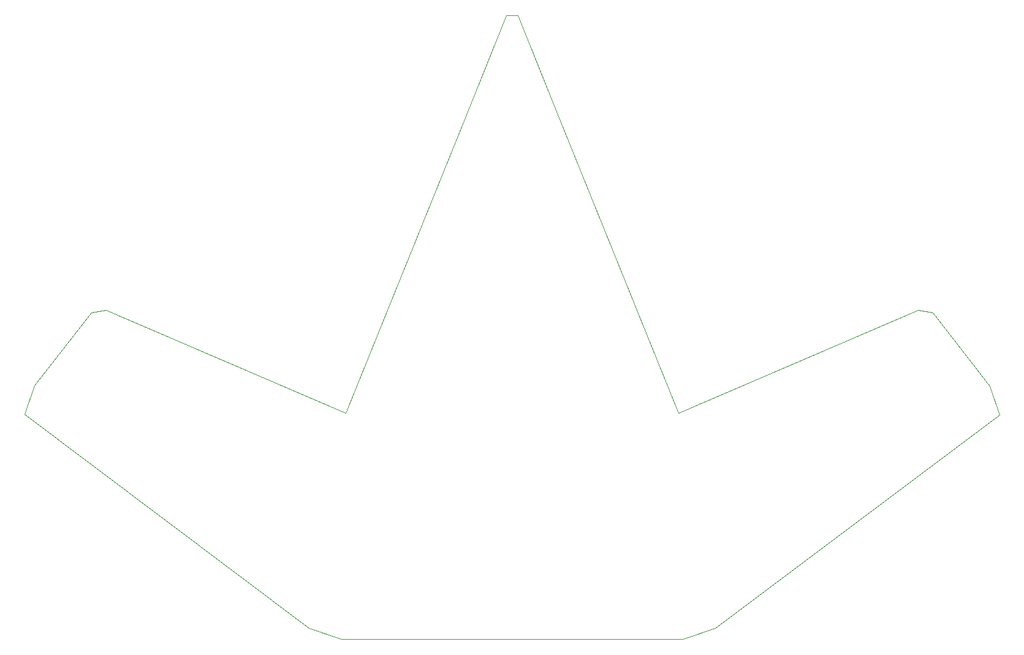
<source format=gbr>
G04 #@! TF.GenerationSoftware,KiCad,Pcbnew,(5.1.4)-1*
G04 #@! TF.CreationDate,2023-12-29T13:04:59-05:00*
G04 #@! TF.ProjectId,ThumbsUp,5468756d-6273-4557-902e-6b696361645f,rev?*
G04 #@! TF.SameCoordinates,Original*
G04 #@! TF.FileFunction,Profile,NP*
%FSLAX46Y46*%
G04 Gerber Fmt 4.6, Leading zero omitted, Abs format (unit mm)*
G04 Created by KiCad (PCBNEW (5.1.4)-1) date 2023-12-29 13:04:59*
%MOMM*%
%LPD*%
G04 APERTURE LIST*
%ADD10C,0.050000*%
G04 APERTURE END LIST*
D10*
X178230000Y88340000D02*
X182750000Y89860000D01*
X131090000Y88340000D02*
X126570000Y89860000D01*
X131628765Y119641751D02*
X98525827Y133847210D01*
X131090000Y88340000D02*
X178230000Y88340000D01*
X148128765Y160441751D02*
X153828765Y174541751D01*
X131628765Y119641751D02*
X148128765Y160441751D01*
X88684742Y123370901D02*
X96537547Y133464139D01*
X161128765Y160441751D02*
X155428765Y174541751D01*
X220615042Y123356866D02*
X222002953Y119387773D01*
X210773957Y133833175D02*
X212762237Y133450104D01*
X87296831Y119401807D02*
X126570000Y89860000D01*
X220615042Y123356866D02*
X212762237Y133450104D01*
X155428765Y174541751D02*
X153828765Y174541751D01*
X182750000Y89860000D02*
X222002953Y119387773D01*
X98525827Y133847210D02*
X96537547Y133464139D01*
X88684742Y123370901D02*
X87296831Y119401807D01*
X177628765Y119641751D02*
X210773957Y133833175D01*
X177628765Y119641751D02*
X161128765Y160441751D01*
M02*

</source>
